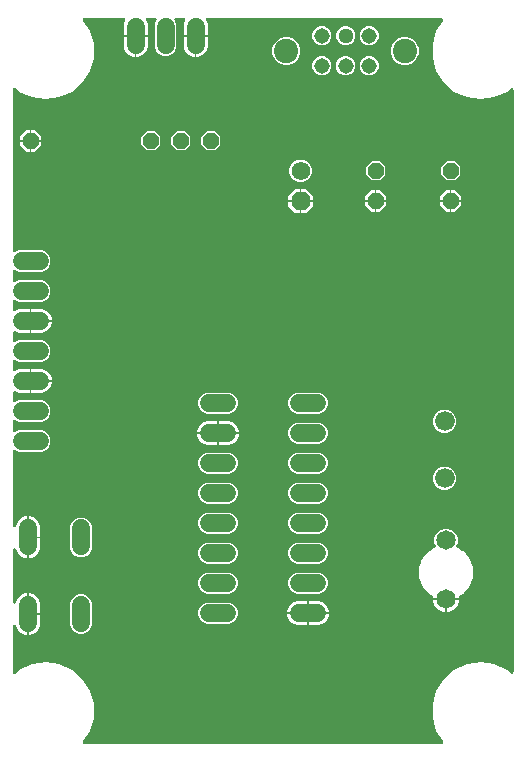
<source format=gbr>
G04 EAGLE Gerber RS-274X export*
G75*
%MOMM*%
%FSLAX34Y34*%
%LPD*%
%INBottom Copper*%
%IPPOS*%
%AMOC8*
5,1,8,0,0,1.08239X$1,22.5*%
G01*
%ADD10P,1.704548X8X292.500000*%
%ADD11C,1.574800*%
%ADD12P,1.429621X8X292.500000*%
%ADD13C,1.650000*%
%ADD14C,1.524000*%
%ADD15C,1.676400*%
%ADD16C,1.508000*%
%ADD17P,1.429621X8X202.500000*%
%ADD18P,1.429621X8X22.500000*%
%ADD19C,1.308000*%
%ADD20C,1.295400*%
%ADD21C,2.057400*%
G36*
X373851Y10281D02*
X374351Y10624D01*
X374678Y11135D01*
X374779Y11733D01*
X374538Y12508D01*
X369052Y21044D01*
X365760Y32257D01*
X365760Y43943D01*
X369052Y55156D01*
X375371Y64987D01*
X384202Y72640D01*
X394833Y77495D01*
X406400Y79158D01*
X417967Y77495D01*
X428598Y72640D01*
X431818Y69850D01*
X432346Y69552D01*
X432949Y69483D01*
X433531Y69655D01*
X433999Y70041D01*
X434280Y70578D01*
X434340Y71001D01*
X434340Y563999D01*
X434219Y564593D01*
X433876Y565093D01*
X433365Y565420D01*
X432767Y565522D01*
X432177Y565382D01*
X431818Y565150D01*
X428598Y562360D01*
X417967Y557505D01*
X406400Y555842D01*
X394833Y557505D01*
X384202Y562360D01*
X375371Y570013D01*
X369052Y579844D01*
X365760Y591057D01*
X365760Y602743D01*
X369052Y613956D01*
X374538Y622492D01*
X374758Y623057D01*
X374740Y623664D01*
X374487Y624215D01*
X374039Y624624D01*
X373256Y624840D01*
X175222Y624840D01*
X174627Y624719D01*
X174127Y624376D01*
X173800Y623865D01*
X173698Y623267D01*
X173814Y622733D01*
X175260Y619241D01*
X175260Y610362D01*
X154940Y610362D01*
X154940Y619241D01*
X156386Y622733D01*
X156502Y623328D01*
X156377Y623922D01*
X156030Y624419D01*
X155516Y624742D01*
X154978Y624840D01*
X148691Y624840D01*
X148096Y624719D01*
X147596Y624376D01*
X147269Y623865D01*
X147168Y623267D01*
X147307Y622677D01*
X147380Y622572D01*
X148844Y619039D01*
X148844Y600161D01*
X147452Y596800D01*
X144880Y594228D01*
X141519Y592836D01*
X137881Y592836D01*
X134520Y594228D01*
X131948Y596800D01*
X130556Y600161D01*
X130556Y619039D01*
X132039Y622619D01*
X132122Y622744D01*
X132233Y623340D01*
X132103Y623933D01*
X131752Y624427D01*
X131236Y624746D01*
X130709Y624840D01*
X124422Y624840D01*
X123827Y624719D01*
X123327Y624376D01*
X123000Y623865D01*
X122898Y623267D01*
X123014Y622733D01*
X124460Y619241D01*
X124460Y610362D01*
X104140Y610362D01*
X104140Y619241D01*
X105586Y622733D01*
X105702Y623328D01*
X105577Y623922D01*
X105230Y624419D01*
X104716Y624742D01*
X104178Y624840D01*
X71244Y624840D01*
X70650Y624719D01*
X70149Y624376D01*
X69822Y623865D01*
X69721Y623267D01*
X69962Y622492D01*
X75448Y613956D01*
X78740Y602743D01*
X78740Y591057D01*
X75448Y579844D01*
X69129Y570013D01*
X60298Y562360D01*
X49667Y557505D01*
X38100Y555842D01*
X26533Y557505D01*
X15902Y562360D01*
X12682Y565150D01*
X12154Y565448D01*
X11551Y565517D01*
X10969Y565345D01*
X10501Y564959D01*
X10220Y564422D01*
X10160Y563999D01*
X10160Y428091D01*
X10281Y427496D01*
X10624Y426996D01*
X11135Y426669D01*
X11733Y426568D01*
X12323Y426707D01*
X12428Y426780D01*
X15961Y428244D01*
X34839Y428244D01*
X38200Y426852D01*
X40772Y424280D01*
X42164Y420919D01*
X42164Y417281D01*
X40772Y413920D01*
X38200Y411348D01*
X34839Y409956D01*
X15961Y409956D01*
X12381Y411439D01*
X12256Y411522D01*
X11660Y411633D01*
X11067Y411503D01*
X10573Y411152D01*
X10254Y410636D01*
X10160Y410109D01*
X10160Y402691D01*
X10281Y402096D01*
X10624Y401596D01*
X11135Y401269D01*
X11733Y401168D01*
X12323Y401307D01*
X12428Y401380D01*
X15961Y402844D01*
X34839Y402844D01*
X38200Y401452D01*
X40772Y398880D01*
X42164Y395519D01*
X42164Y391881D01*
X40772Y388520D01*
X38200Y385948D01*
X34839Y384556D01*
X15961Y384556D01*
X12381Y386039D01*
X12256Y386122D01*
X11660Y386233D01*
X11067Y386103D01*
X10573Y385752D01*
X10254Y385236D01*
X10160Y384709D01*
X10160Y378422D01*
X10281Y377827D01*
X10624Y377327D01*
X11135Y377000D01*
X11733Y376898D01*
X12267Y377014D01*
X15759Y378460D01*
X24638Y378460D01*
X24638Y358140D01*
X15759Y358140D01*
X12267Y359586D01*
X11672Y359702D01*
X11078Y359577D01*
X10581Y359230D01*
X10258Y358716D01*
X10160Y358178D01*
X10160Y351891D01*
X10281Y351296D01*
X10624Y350796D01*
X11135Y350469D01*
X11733Y350368D01*
X12323Y350507D01*
X12428Y350580D01*
X15961Y352044D01*
X34839Y352044D01*
X38200Y350652D01*
X40772Y348080D01*
X42164Y344719D01*
X42164Y341081D01*
X40772Y337720D01*
X38200Y335148D01*
X34839Y333756D01*
X15961Y333756D01*
X12381Y335239D01*
X12256Y335322D01*
X11660Y335433D01*
X11067Y335303D01*
X10573Y334952D01*
X10254Y334436D01*
X10160Y333909D01*
X10160Y327622D01*
X10281Y327027D01*
X10624Y326527D01*
X11135Y326200D01*
X11733Y326098D01*
X12267Y326214D01*
X15759Y327660D01*
X24638Y327660D01*
X24638Y307340D01*
X15759Y307340D01*
X12267Y308786D01*
X11672Y308902D01*
X11078Y308777D01*
X10581Y308430D01*
X10258Y307916D01*
X10160Y307378D01*
X10160Y301091D01*
X10281Y300496D01*
X10624Y299996D01*
X11135Y299669D01*
X11733Y299568D01*
X12323Y299707D01*
X12428Y299780D01*
X15961Y301244D01*
X34839Y301244D01*
X38200Y299852D01*
X40772Y297280D01*
X42164Y293919D01*
X42164Y290281D01*
X40772Y286920D01*
X38200Y284348D01*
X34839Y282956D01*
X15961Y282956D01*
X12381Y284439D01*
X12256Y284522D01*
X11660Y284633D01*
X11067Y284503D01*
X10573Y284152D01*
X10254Y283636D01*
X10160Y283109D01*
X10160Y275691D01*
X10281Y275096D01*
X10624Y274596D01*
X11135Y274269D01*
X11733Y274168D01*
X12323Y274307D01*
X12428Y274380D01*
X15961Y275844D01*
X34839Y275844D01*
X38200Y274452D01*
X40772Y271880D01*
X42164Y268519D01*
X42164Y264881D01*
X40772Y261520D01*
X38200Y258948D01*
X34839Y257556D01*
X15961Y257556D01*
X12381Y259039D01*
X12256Y259122D01*
X11660Y259233D01*
X11067Y259103D01*
X10573Y258752D01*
X10254Y258236D01*
X10160Y257709D01*
X10160Y195469D01*
X10281Y194875D01*
X10624Y194375D01*
X11135Y194048D01*
X11733Y193946D01*
X12323Y194086D01*
X12812Y194444D01*
X13092Y194886D01*
X14501Y198287D01*
X17359Y201145D01*
X21093Y202692D01*
X22352Y202692D01*
X22352Y167132D01*
X21093Y167132D01*
X17359Y168679D01*
X14501Y171537D01*
X13092Y174938D01*
X12753Y175441D01*
X12245Y175772D01*
X11648Y175878D01*
X11056Y175743D01*
X10564Y175389D01*
X10250Y174870D01*
X10160Y174355D01*
X10160Y130445D01*
X10281Y129851D01*
X10624Y129351D01*
X11135Y129024D01*
X11733Y128922D01*
X12323Y129062D01*
X12812Y129420D01*
X13092Y129862D01*
X14501Y133263D01*
X17359Y136121D01*
X21093Y137668D01*
X22352Y137668D01*
X22352Y102108D01*
X21093Y102108D01*
X17359Y103655D01*
X14501Y106513D01*
X13092Y109914D01*
X12753Y110417D01*
X12245Y110748D01*
X11648Y110854D01*
X11056Y110719D01*
X10564Y110365D01*
X10250Y109846D01*
X10160Y109331D01*
X10160Y71001D01*
X10281Y70407D01*
X10624Y69907D01*
X11135Y69580D01*
X11733Y69478D01*
X12323Y69618D01*
X12682Y69850D01*
X15902Y72640D01*
X26533Y77495D01*
X38100Y79158D01*
X49667Y77495D01*
X60298Y72640D01*
X69129Y64987D01*
X75448Y55156D01*
X78740Y43943D01*
X78740Y32257D01*
X75448Y21044D01*
X69962Y12508D01*
X69742Y11943D01*
X69760Y11336D01*
X70013Y10785D01*
X70461Y10376D01*
X71244Y10160D01*
X373256Y10160D01*
X373851Y10281D01*
G37*
%LPC*%
G36*
X270430Y601536D02*
X267466Y602764D01*
X265198Y605032D01*
X263970Y607996D01*
X263970Y611204D01*
X265198Y614168D01*
X267466Y616436D01*
X270430Y617664D01*
X273638Y617664D01*
X276602Y616436D01*
X278870Y614168D01*
X280098Y611204D01*
X280098Y607996D01*
X278870Y605032D01*
X276602Y602764D01*
X273638Y601536D01*
X270430Y601536D01*
G37*
G36*
X310562Y601536D02*
X307598Y602764D01*
X305330Y605032D01*
X304102Y607996D01*
X304102Y611204D01*
X305330Y614168D01*
X307598Y616436D01*
X310562Y617664D01*
X313770Y617664D01*
X316734Y616436D01*
X319002Y614168D01*
X320230Y611204D01*
X320230Y607996D01*
X319002Y605032D01*
X316734Y602764D01*
X313770Y601536D01*
X310562Y601536D01*
G37*
G36*
X290509Y601599D02*
X287568Y602817D01*
X285317Y605068D01*
X284099Y608009D01*
X284099Y611191D01*
X285317Y614132D01*
X287568Y616383D01*
X290509Y617601D01*
X293691Y617601D01*
X296632Y616383D01*
X298883Y614132D01*
X300101Y611191D01*
X300101Y608009D01*
X298883Y605068D01*
X296632Y602817D01*
X293691Y601599D01*
X290509Y601599D01*
G37*
G36*
X112279Y591820D02*
X108545Y593367D01*
X105687Y596225D01*
X104140Y599959D01*
X104140Y608838D01*
X113538Y608838D01*
X113538Y591820D01*
X112279Y591820D01*
G37*
G36*
X115062Y591820D02*
X115062Y608838D01*
X124460Y608838D01*
X124460Y599959D01*
X122913Y596225D01*
X120055Y593367D01*
X116321Y591820D01*
X115062Y591820D01*
G37*
G36*
X163079Y591820D02*
X159345Y593367D01*
X156487Y596225D01*
X154940Y599959D01*
X154940Y608838D01*
X164338Y608838D01*
X164338Y591820D01*
X163079Y591820D01*
G37*
G36*
X165862Y591820D02*
X165862Y608838D01*
X175260Y608838D01*
X175260Y599959D01*
X173713Y596225D01*
X170855Y593367D01*
X167121Y591820D01*
X165862Y591820D01*
G37*
G36*
X239713Y585089D02*
X235372Y586887D01*
X232049Y590210D01*
X230251Y594551D01*
X230251Y599249D01*
X232049Y603590D01*
X235372Y606913D01*
X239713Y608711D01*
X244411Y608711D01*
X248752Y606913D01*
X252075Y603590D01*
X253873Y599249D01*
X253873Y594551D01*
X252075Y590210D01*
X248752Y586887D01*
X244411Y585089D01*
X239713Y585089D01*
G37*
G36*
X339789Y585089D02*
X335448Y586887D01*
X332125Y590210D01*
X330327Y594551D01*
X330327Y599249D01*
X332125Y603590D01*
X335448Y606913D01*
X339789Y608711D01*
X344487Y608711D01*
X348828Y606913D01*
X352151Y603590D01*
X353949Y599249D01*
X353949Y594551D01*
X352151Y590210D01*
X348828Y586887D01*
X344487Y585089D01*
X339789Y585089D01*
G37*
G36*
X290496Y576136D02*
X287532Y577364D01*
X285264Y579632D01*
X284036Y582596D01*
X284036Y585804D01*
X285264Y588768D01*
X287532Y591036D01*
X290496Y592264D01*
X293704Y592264D01*
X296668Y591036D01*
X298936Y588768D01*
X300164Y585804D01*
X300164Y582596D01*
X298936Y579632D01*
X296668Y577364D01*
X293704Y576136D01*
X290496Y576136D01*
G37*
G36*
X270430Y576136D02*
X267466Y577364D01*
X265198Y579632D01*
X263970Y582596D01*
X263970Y585804D01*
X265198Y588768D01*
X267466Y591036D01*
X270430Y592264D01*
X273638Y592264D01*
X276602Y591036D01*
X278870Y588768D01*
X280098Y585804D01*
X280098Y582596D01*
X278870Y579632D01*
X276602Y577364D01*
X273638Y576136D01*
X270430Y576136D01*
G37*
G36*
X310562Y576136D02*
X307598Y577364D01*
X305330Y579632D01*
X304102Y582596D01*
X304102Y585804D01*
X305330Y588768D01*
X307598Y591036D01*
X310562Y592264D01*
X313770Y592264D01*
X316734Y591036D01*
X319002Y588768D01*
X320230Y585804D01*
X320230Y582596D01*
X319002Y579632D01*
X316734Y577364D01*
X313770Y576136D01*
X310562Y576136D01*
G37*
G36*
X16256Y521462D02*
X16256Y524488D01*
X21612Y529844D01*
X24638Y529844D01*
X24638Y521462D01*
X16256Y521462D01*
G37*
G36*
X26162Y521462D02*
X26162Y529844D01*
X29188Y529844D01*
X34544Y524488D01*
X34544Y521462D01*
X26162Y521462D01*
G37*
G36*
X174433Y512572D02*
X169672Y517333D01*
X169672Y524067D01*
X174433Y528828D01*
X181167Y528828D01*
X185928Y524067D01*
X185928Y517333D01*
X181167Y512572D01*
X174433Y512572D01*
G37*
G36*
X149033Y512572D02*
X144272Y517333D01*
X144272Y524067D01*
X149033Y528828D01*
X155767Y528828D01*
X160528Y524067D01*
X160528Y517333D01*
X155767Y512572D01*
X149033Y512572D01*
G37*
G36*
X123633Y512572D02*
X118872Y517333D01*
X118872Y524067D01*
X123633Y528828D01*
X130367Y528828D01*
X135128Y524067D01*
X135128Y517333D01*
X130367Y512572D01*
X123633Y512572D01*
G37*
G36*
X26162Y511556D02*
X26162Y519938D01*
X34544Y519938D01*
X34544Y516912D01*
X29188Y511556D01*
X26162Y511556D01*
G37*
G36*
X21612Y511556D02*
X16256Y516912D01*
X16256Y519938D01*
X24638Y519938D01*
X24638Y511556D01*
X21612Y511556D01*
G37*
G36*
X252131Y485902D02*
X248676Y487333D01*
X246033Y489976D01*
X244602Y493431D01*
X244602Y497169D01*
X246033Y500624D01*
X248676Y503267D01*
X252131Y504698D01*
X255869Y504698D01*
X259324Y503267D01*
X261967Y500624D01*
X263398Y497169D01*
X263398Y493431D01*
X261967Y489976D01*
X259324Y487333D01*
X255869Y485902D01*
X252131Y485902D01*
G37*
G36*
X377633Y487172D02*
X372872Y491933D01*
X372872Y498667D01*
X377633Y503428D01*
X384367Y503428D01*
X389128Y498667D01*
X389128Y491933D01*
X384367Y487172D01*
X377633Y487172D01*
G37*
G36*
X314133Y487172D02*
X309372Y491933D01*
X309372Y498667D01*
X314133Y503428D01*
X320867Y503428D01*
X325628Y498667D01*
X325628Y491933D01*
X320867Y487172D01*
X314133Y487172D01*
G37*
G36*
X254762Y470662D02*
X254762Y480314D01*
X258314Y480314D01*
X264414Y474214D01*
X264414Y470662D01*
X254762Y470662D01*
G37*
G36*
X243586Y470662D02*
X243586Y474214D01*
X249686Y480314D01*
X253238Y480314D01*
X253238Y470662D01*
X243586Y470662D01*
G37*
G36*
X371856Y470662D02*
X371856Y473688D01*
X377212Y479044D01*
X380238Y479044D01*
X380238Y470662D01*
X371856Y470662D01*
G37*
G36*
X318262Y470662D02*
X318262Y479044D01*
X321288Y479044D01*
X326644Y473688D01*
X326644Y470662D01*
X318262Y470662D01*
G37*
G36*
X308356Y470662D02*
X308356Y473688D01*
X313712Y479044D01*
X316738Y479044D01*
X316738Y470662D01*
X308356Y470662D01*
G37*
G36*
X381762Y470662D02*
X381762Y479044D01*
X384788Y479044D01*
X390144Y473688D01*
X390144Y470662D01*
X381762Y470662D01*
G37*
G36*
X254762Y459486D02*
X254762Y469138D01*
X264414Y469138D01*
X264414Y465586D01*
X258314Y459486D01*
X254762Y459486D01*
G37*
G36*
X381762Y460756D02*
X381762Y469138D01*
X390144Y469138D01*
X390144Y466112D01*
X384788Y460756D01*
X381762Y460756D01*
G37*
G36*
X377212Y460756D02*
X371856Y466112D01*
X371856Y469138D01*
X380238Y469138D01*
X380238Y460756D01*
X377212Y460756D01*
G37*
G36*
X318262Y460756D02*
X318262Y469138D01*
X326644Y469138D01*
X326644Y466112D01*
X321288Y460756D01*
X318262Y460756D01*
G37*
G36*
X313712Y460756D02*
X308356Y466112D01*
X308356Y469138D01*
X316738Y469138D01*
X316738Y460756D01*
X313712Y460756D01*
G37*
G36*
X249686Y459486D02*
X243586Y465586D01*
X243586Y469138D01*
X253238Y469138D01*
X253238Y459486D01*
X249686Y459486D01*
G37*
G36*
X26162Y369062D02*
X26162Y378460D01*
X35041Y378460D01*
X38775Y376913D01*
X41633Y374055D01*
X43180Y370321D01*
X43180Y369062D01*
X26162Y369062D01*
G37*
G36*
X26162Y358140D02*
X26162Y367538D01*
X43180Y367538D01*
X43180Y366279D01*
X41633Y362545D01*
X38775Y359687D01*
X35041Y358140D01*
X26162Y358140D01*
G37*
G36*
X26162Y318262D02*
X26162Y327660D01*
X35041Y327660D01*
X38775Y326113D01*
X41633Y323255D01*
X43180Y319521D01*
X43180Y318262D01*
X26162Y318262D01*
G37*
G36*
X26162Y307340D02*
X26162Y316738D01*
X43180Y316738D01*
X43180Y315479D01*
X41633Y311745D01*
X38775Y308887D01*
X35041Y307340D01*
X26162Y307340D01*
G37*
G36*
X251007Y289386D02*
X247676Y290766D01*
X245126Y293316D01*
X243746Y296647D01*
X243746Y300253D01*
X245126Y303584D01*
X247676Y306134D01*
X251007Y307514D01*
X269693Y307514D01*
X273024Y306134D01*
X275574Y303584D01*
X276954Y300253D01*
X276954Y296647D01*
X275574Y293316D01*
X273024Y290766D01*
X269693Y289386D01*
X251007Y289386D01*
G37*
G36*
X174807Y289386D02*
X171476Y290766D01*
X168926Y293316D01*
X167546Y296647D01*
X167546Y300253D01*
X168926Y303584D01*
X171476Y306134D01*
X174807Y307514D01*
X193493Y307514D01*
X196824Y306134D01*
X199374Y303584D01*
X200754Y300253D01*
X200754Y296647D01*
X199374Y293316D01*
X196824Y290766D01*
X193493Y289386D01*
X174807Y289386D01*
G37*
G36*
X373950Y273304D02*
X370309Y274812D01*
X367522Y277599D01*
X366014Y281240D01*
X366014Y285180D01*
X367522Y288821D01*
X370309Y291608D01*
X373950Y293116D01*
X377890Y293116D01*
X381531Y291608D01*
X384318Y288821D01*
X385826Y285180D01*
X385826Y281240D01*
X384318Y277599D01*
X381531Y274812D01*
X377890Y273304D01*
X373950Y273304D01*
G37*
G36*
X166530Y273812D02*
X166530Y275055D01*
X168065Y278760D01*
X170900Y281595D01*
X174605Y283130D01*
X183388Y283130D01*
X183388Y273812D01*
X166530Y273812D01*
G37*
G36*
X184912Y273812D02*
X184912Y283130D01*
X193695Y283130D01*
X197400Y281595D01*
X200235Y278760D01*
X201770Y275055D01*
X201770Y273812D01*
X184912Y273812D01*
G37*
G36*
X251007Y263986D02*
X247676Y265366D01*
X245126Y267916D01*
X243746Y271247D01*
X243746Y274853D01*
X245126Y278184D01*
X247676Y280734D01*
X251007Y282114D01*
X269693Y282114D01*
X273024Y280734D01*
X275574Y278184D01*
X276954Y274853D01*
X276954Y271247D01*
X275574Y267916D01*
X273024Y265366D01*
X269693Y263986D01*
X251007Y263986D01*
G37*
G36*
X184912Y262970D02*
X184912Y272288D01*
X201770Y272288D01*
X201770Y271045D01*
X200235Y267340D01*
X197400Y264505D01*
X193695Y262970D01*
X184912Y262970D01*
G37*
G36*
X174605Y262970D02*
X170900Y264505D01*
X168065Y267340D01*
X166530Y271045D01*
X166530Y272288D01*
X183388Y272288D01*
X183388Y262970D01*
X174605Y262970D01*
G37*
G36*
X174807Y238586D02*
X171476Y239966D01*
X168926Y242516D01*
X167546Y245847D01*
X167546Y249453D01*
X168926Y252784D01*
X171476Y255334D01*
X174807Y256714D01*
X193493Y256714D01*
X196824Y255334D01*
X199374Y252784D01*
X200754Y249453D01*
X200754Y245847D01*
X199374Y242516D01*
X196824Y239966D01*
X193493Y238586D01*
X174807Y238586D01*
G37*
G36*
X251007Y238586D02*
X247676Y239966D01*
X245126Y242516D01*
X243746Y245847D01*
X243746Y249453D01*
X245126Y252784D01*
X247676Y255334D01*
X251007Y256714D01*
X269693Y256714D01*
X273024Y255334D01*
X275574Y252784D01*
X276954Y249453D01*
X276954Y245847D01*
X275574Y242516D01*
X273024Y239966D01*
X269693Y238586D01*
X251007Y238586D01*
G37*
G36*
X373950Y225044D02*
X370309Y226552D01*
X367522Y229339D01*
X366014Y232980D01*
X366014Y236920D01*
X367522Y240561D01*
X370309Y243348D01*
X373950Y244856D01*
X377890Y244856D01*
X381531Y243348D01*
X384318Y240561D01*
X385826Y236920D01*
X385826Y232980D01*
X384318Y229339D01*
X381531Y226552D01*
X377890Y225044D01*
X373950Y225044D01*
G37*
G36*
X174807Y213186D02*
X171476Y214566D01*
X168926Y217116D01*
X167546Y220447D01*
X167546Y224053D01*
X168926Y227384D01*
X171476Y229934D01*
X174807Y231314D01*
X193493Y231314D01*
X196824Y229934D01*
X199374Y227384D01*
X200754Y224053D01*
X200754Y220447D01*
X199374Y217116D01*
X196824Y214566D01*
X193493Y213186D01*
X174807Y213186D01*
G37*
G36*
X251007Y213186D02*
X247676Y214566D01*
X245126Y217116D01*
X243746Y220447D01*
X243746Y224053D01*
X245126Y227384D01*
X247676Y229934D01*
X251007Y231314D01*
X269693Y231314D01*
X273024Y229934D01*
X275574Y227384D01*
X276954Y224053D01*
X276954Y220447D01*
X275574Y217116D01*
X273024Y214566D01*
X269693Y213186D01*
X251007Y213186D01*
G37*
G36*
X174807Y187786D02*
X171476Y189166D01*
X168926Y191716D01*
X167546Y195047D01*
X167546Y198653D01*
X168926Y201984D01*
X171476Y204534D01*
X174807Y205914D01*
X193493Y205914D01*
X196824Y204534D01*
X199374Y201984D01*
X200754Y198653D01*
X200754Y195047D01*
X199374Y191716D01*
X196824Y189166D01*
X193493Y187786D01*
X174807Y187786D01*
G37*
G36*
X251007Y187786D02*
X247676Y189166D01*
X245126Y191716D01*
X243746Y195047D01*
X243746Y198653D01*
X245126Y201984D01*
X247676Y204534D01*
X251007Y205914D01*
X269693Y205914D01*
X273024Y204534D01*
X275574Y201984D01*
X276954Y198653D01*
X276954Y195047D01*
X275574Y191716D01*
X273024Y189166D01*
X269693Y187786D01*
X251007Y187786D01*
G37*
G36*
X23876Y185674D02*
X23876Y202692D01*
X25135Y202692D01*
X28869Y201145D01*
X31727Y198287D01*
X33274Y194553D01*
X33274Y185674D01*
X23876Y185674D01*
G37*
G36*
X66507Y168148D02*
X63146Y169540D01*
X60574Y172112D01*
X59182Y175473D01*
X59182Y194351D01*
X60574Y197712D01*
X63146Y200284D01*
X66507Y201676D01*
X70145Y201676D01*
X73506Y200284D01*
X76078Y197712D01*
X77470Y194351D01*
X77470Y175473D01*
X76078Y172112D01*
X73506Y169540D01*
X70145Y168148D01*
X66507Y168148D01*
G37*
G36*
X366400Y133242D02*
X366400Y134404D01*
X366279Y134998D01*
X365936Y135499D01*
X365459Y135812D01*
X364354Y136270D01*
X363418Y137206D01*
X363103Y137448D01*
X362400Y137854D01*
X360510Y140106D01*
X360420Y140204D01*
X357980Y142644D01*
X357679Y143369D01*
X357439Y143766D01*
X357263Y143975D01*
X356077Y147234D01*
X356053Y147296D01*
X354530Y150973D01*
X354530Y159987D01*
X356053Y163664D01*
X356077Y163726D01*
X357263Y166985D01*
X357439Y167194D01*
X357679Y167591D01*
X357980Y168316D01*
X360420Y170756D01*
X360510Y170854D01*
X362400Y173106D01*
X363103Y173512D01*
X363418Y173754D01*
X364354Y174690D01*
X367054Y175809D01*
X367233Y175897D01*
X367774Y176209D01*
X368228Y176611D01*
X368490Y177158D01*
X368518Y177764D01*
X368420Y178112D01*
X367416Y180536D01*
X367416Y184424D01*
X368904Y188017D01*
X371653Y190766D01*
X375246Y192254D01*
X379134Y192254D01*
X382727Y190766D01*
X385476Y188017D01*
X386964Y184424D01*
X386964Y180536D01*
X385960Y178112D01*
X385844Y177517D01*
X385970Y176923D01*
X386317Y176426D01*
X386606Y176209D01*
X387147Y175897D01*
X387326Y175809D01*
X390026Y174690D01*
X390962Y173754D01*
X391277Y173512D01*
X391980Y173106D01*
X393870Y170854D01*
X393960Y170756D01*
X396400Y168316D01*
X396701Y167591D01*
X396941Y167194D01*
X397117Y166985D01*
X398303Y163726D01*
X398327Y163664D01*
X399850Y159987D01*
X399850Y150973D01*
X398327Y147296D01*
X398303Y147234D01*
X397117Y143975D01*
X396941Y143766D01*
X396701Y143369D01*
X396400Y142644D01*
X393960Y140204D01*
X393870Y140106D01*
X391980Y137854D01*
X391277Y137448D01*
X390962Y137206D01*
X390026Y136270D01*
X388921Y135812D01*
X388418Y135473D01*
X388087Y134965D01*
X387980Y134404D01*
X387980Y133242D01*
X366400Y133242D01*
G37*
G36*
X23876Y167132D02*
X23876Y184150D01*
X33274Y184150D01*
X33274Y175271D01*
X31727Y171537D01*
X28869Y168679D01*
X25135Y167132D01*
X23876Y167132D01*
G37*
G36*
X251007Y162386D02*
X247676Y163766D01*
X245126Y166316D01*
X243746Y169647D01*
X243746Y173253D01*
X245126Y176584D01*
X247676Y179134D01*
X251007Y180514D01*
X269693Y180514D01*
X273024Y179134D01*
X275574Y176584D01*
X276954Y173253D01*
X276954Y169647D01*
X275574Y166316D01*
X273024Y163766D01*
X269693Y162386D01*
X251007Y162386D01*
G37*
G36*
X174807Y162386D02*
X171476Y163766D01*
X168926Y166316D01*
X167546Y169647D01*
X167546Y173253D01*
X168926Y176584D01*
X171476Y179134D01*
X174807Y180514D01*
X193493Y180514D01*
X196824Y179134D01*
X199374Y176584D01*
X200754Y173253D01*
X200754Y169647D01*
X199374Y166316D01*
X196824Y163766D01*
X193493Y162386D01*
X174807Y162386D01*
G37*
G36*
X174807Y136986D02*
X171476Y138366D01*
X168926Y140916D01*
X167546Y144247D01*
X167546Y147853D01*
X168926Y151184D01*
X171476Y153734D01*
X174807Y155114D01*
X193493Y155114D01*
X196824Y153734D01*
X199374Y151184D01*
X200754Y147853D01*
X200754Y144247D01*
X199374Y140916D01*
X196824Y138366D01*
X193493Y136986D01*
X174807Y136986D01*
G37*
G36*
X251007Y136986D02*
X247676Y138366D01*
X245126Y140916D01*
X243746Y144247D01*
X243746Y147853D01*
X245126Y151184D01*
X247676Y153734D01*
X251007Y155114D01*
X269693Y155114D01*
X273024Y153734D01*
X275574Y151184D01*
X276954Y147853D01*
X276954Y144247D01*
X275574Y140916D01*
X273024Y138366D01*
X269693Y136986D01*
X251007Y136986D01*
G37*
G36*
X23876Y120650D02*
X23876Y137668D01*
X25135Y137668D01*
X28869Y136121D01*
X31727Y133263D01*
X33274Y129529D01*
X33274Y120650D01*
X23876Y120650D01*
G37*
G36*
X66507Y103124D02*
X63146Y104516D01*
X60574Y107088D01*
X59182Y110449D01*
X59182Y129327D01*
X60574Y132688D01*
X63146Y135260D01*
X66507Y136652D01*
X70145Y136652D01*
X73506Y135260D01*
X76078Y132688D01*
X77470Y129327D01*
X77470Y110449D01*
X76078Y107088D01*
X73506Y104516D01*
X70145Y103124D01*
X66507Y103124D01*
G37*
G36*
X377952Y121690D02*
X377952Y131718D01*
X387980Y131718D01*
X387980Y130334D01*
X386337Y126368D01*
X383302Y123333D01*
X379336Y121690D01*
X377952Y121690D01*
G37*
G36*
X375044Y121690D02*
X371078Y123333D01*
X368043Y126368D01*
X366400Y130334D01*
X366400Y131718D01*
X376428Y131718D01*
X376428Y121690D01*
X375044Y121690D01*
G37*
G36*
X242730Y121412D02*
X242730Y122655D01*
X244265Y126360D01*
X247100Y129195D01*
X250805Y130730D01*
X259588Y130730D01*
X259588Y121412D01*
X242730Y121412D01*
G37*
G36*
X261112Y121412D02*
X261112Y130730D01*
X269895Y130730D01*
X273600Y129195D01*
X276435Y126360D01*
X277970Y122655D01*
X277970Y121412D01*
X261112Y121412D01*
G37*
G36*
X174807Y111586D02*
X171476Y112966D01*
X168926Y115516D01*
X167546Y118847D01*
X167546Y122453D01*
X168926Y125784D01*
X171476Y128334D01*
X174807Y129714D01*
X193493Y129714D01*
X196824Y128334D01*
X199374Y125784D01*
X200754Y122453D01*
X200754Y118847D01*
X199374Y115516D01*
X196824Y112966D01*
X193493Y111586D01*
X174807Y111586D01*
G37*
G36*
X261112Y110570D02*
X261112Y119888D01*
X277970Y119888D01*
X277970Y118645D01*
X276435Y114940D01*
X273600Y112105D01*
X269895Y110570D01*
X261112Y110570D01*
G37*
G36*
X250805Y110570D02*
X247100Y112105D01*
X244265Y114940D01*
X242730Y118645D01*
X242730Y119888D01*
X259588Y119888D01*
X259588Y110570D01*
X250805Y110570D01*
G37*
G36*
X23876Y102108D02*
X23876Y119126D01*
X33274Y119126D01*
X33274Y110247D01*
X31727Y106513D01*
X28869Y103655D01*
X25135Y102108D01*
X23876Y102108D01*
G37*
%LPD*%
D10*
X254000Y469900D03*
D11*
X254000Y495300D03*
D12*
X317500Y495300D03*
X317500Y469900D03*
X381000Y495300D03*
X381000Y469900D03*
D13*
X377190Y182480D03*
X377190Y132480D03*
D14*
X33020Y419100D02*
X17780Y419100D01*
X17780Y393700D02*
X33020Y393700D01*
X33020Y368300D02*
X17780Y368300D01*
X17780Y342900D02*
X33020Y342900D01*
X33020Y317500D02*
X17780Y317500D01*
X17780Y292100D02*
X33020Y292100D01*
X33020Y266700D02*
X17780Y266700D01*
D15*
X375920Y234950D03*
X375920Y283210D03*
D14*
X68326Y192532D02*
X68326Y177292D01*
X23114Y177292D02*
X23114Y192532D01*
X68326Y127508D02*
X68326Y112268D01*
X23114Y112268D02*
X23114Y127508D01*
D16*
X176610Y298450D02*
X191690Y298450D01*
X191690Y273050D02*
X176610Y273050D01*
X176610Y146050D02*
X191690Y146050D01*
X191690Y120650D02*
X176610Y120650D01*
X176610Y247650D02*
X191690Y247650D01*
X191690Y222250D02*
X176610Y222250D01*
X176610Y171450D02*
X191690Y171450D01*
X191690Y196850D02*
X176610Y196850D01*
X252810Y120650D02*
X267890Y120650D01*
X267890Y146050D02*
X252810Y146050D01*
X252810Y171450D02*
X267890Y171450D01*
X267890Y196850D02*
X252810Y196850D01*
X252810Y222250D02*
X267890Y222250D01*
X267890Y247650D02*
X252810Y247650D01*
X252810Y273050D02*
X267890Y273050D01*
X267890Y298450D02*
X252810Y298450D01*
D14*
X165100Y601980D02*
X165100Y617220D01*
X139700Y617220D02*
X139700Y601980D01*
X114300Y601980D02*
X114300Y617220D01*
D17*
X177800Y520700D03*
X152400Y520700D03*
D18*
X25400Y520700D03*
X127000Y520700D03*
D19*
X272034Y609600D03*
D20*
X292100Y609600D03*
D19*
X312166Y609600D03*
X272034Y584200D03*
X292100Y584200D03*
X312166Y584200D03*
D21*
X242062Y596900D03*
X342138Y596900D03*
M02*

</source>
